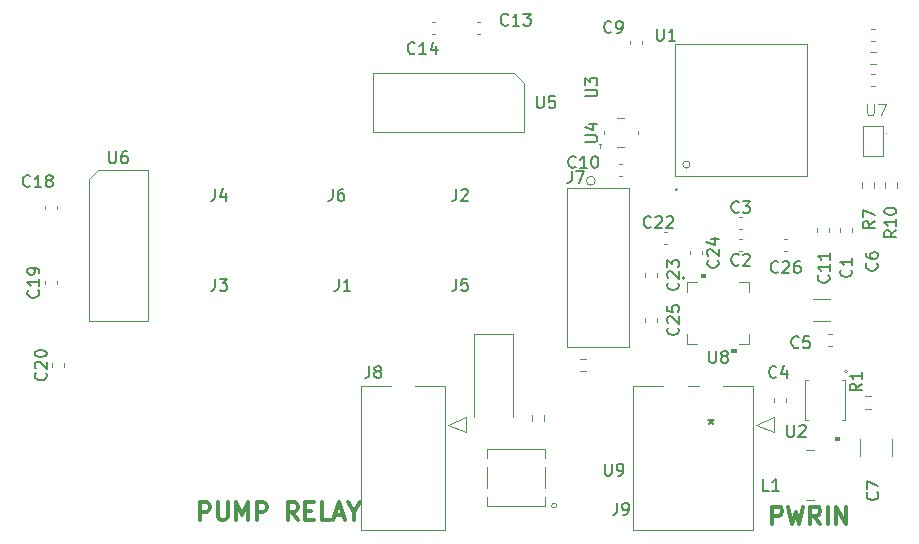
<source format=gbr>
%TF.GenerationSoftware,KiCad,Pcbnew,7.0.10*%
%TF.CreationDate,2025-02-18T11:07:04-08:00*%
%TF.ProjectId,flow-controller,666c6f77-2d63-46f6-9e74-726f6c6c6572,rev?*%
%TF.SameCoordinates,Original*%
%TF.FileFunction,Legend,Top*%
%TF.FilePolarity,Positive*%
%FSLAX46Y46*%
G04 Gerber Fmt 4.6, Leading zero omitted, Abs format (unit mm)*
G04 Created by KiCad (PCBNEW 7.0.10) date 2025-02-18 11:07:04*
%MOMM*%
%LPD*%
G01*
G04 APERTURE LIST*
%ADD10C,0.300000*%
%ADD11C,0.150000*%
%ADD12C,0.100000*%
%ADD13C,0.120000*%
G04 APERTURE END LIST*
D10*
X66594510Y-124895828D02*
X66594510Y-123395828D01*
X66594510Y-123395828D02*
X67165939Y-123395828D01*
X67165939Y-123395828D02*
X67308796Y-123467257D01*
X67308796Y-123467257D02*
X67380225Y-123538685D01*
X67380225Y-123538685D02*
X67451653Y-123681542D01*
X67451653Y-123681542D02*
X67451653Y-123895828D01*
X67451653Y-123895828D02*
X67380225Y-124038685D01*
X67380225Y-124038685D02*
X67308796Y-124110114D01*
X67308796Y-124110114D02*
X67165939Y-124181542D01*
X67165939Y-124181542D02*
X66594510Y-124181542D01*
X68094510Y-123395828D02*
X68094510Y-124610114D01*
X68094510Y-124610114D02*
X68165939Y-124752971D01*
X68165939Y-124752971D02*
X68237368Y-124824400D01*
X68237368Y-124824400D02*
X68380225Y-124895828D01*
X68380225Y-124895828D02*
X68665939Y-124895828D01*
X68665939Y-124895828D02*
X68808796Y-124824400D01*
X68808796Y-124824400D02*
X68880225Y-124752971D01*
X68880225Y-124752971D02*
X68951653Y-124610114D01*
X68951653Y-124610114D02*
X68951653Y-123395828D01*
X69665939Y-124895828D02*
X69665939Y-123395828D01*
X69665939Y-123395828D02*
X70165939Y-124467257D01*
X70165939Y-124467257D02*
X70665939Y-123395828D01*
X70665939Y-123395828D02*
X70665939Y-124895828D01*
X71380225Y-124895828D02*
X71380225Y-123395828D01*
X71380225Y-123395828D02*
X71951654Y-123395828D01*
X71951654Y-123395828D02*
X72094511Y-123467257D01*
X72094511Y-123467257D02*
X72165940Y-123538685D01*
X72165940Y-123538685D02*
X72237368Y-123681542D01*
X72237368Y-123681542D02*
X72237368Y-123895828D01*
X72237368Y-123895828D02*
X72165940Y-124038685D01*
X72165940Y-124038685D02*
X72094511Y-124110114D01*
X72094511Y-124110114D02*
X71951654Y-124181542D01*
X71951654Y-124181542D02*
X71380225Y-124181542D01*
X74880225Y-124895828D02*
X74380225Y-124181542D01*
X74023082Y-124895828D02*
X74023082Y-123395828D01*
X74023082Y-123395828D02*
X74594511Y-123395828D01*
X74594511Y-123395828D02*
X74737368Y-123467257D01*
X74737368Y-123467257D02*
X74808797Y-123538685D01*
X74808797Y-123538685D02*
X74880225Y-123681542D01*
X74880225Y-123681542D02*
X74880225Y-123895828D01*
X74880225Y-123895828D02*
X74808797Y-124038685D01*
X74808797Y-124038685D02*
X74737368Y-124110114D01*
X74737368Y-124110114D02*
X74594511Y-124181542D01*
X74594511Y-124181542D02*
X74023082Y-124181542D01*
X75523082Y-124110114D02*
X76023082Y-124110114D01*
X76237368Y-124895828D02*
X75523082Y-124895828D01*
X75523082Y-124895828D02*
X75523082Y-123395828D01*
X75523082Y-123395828D02*
X76237368Y-123395828D01*
X77594511Y-124895828D02*
X76880225Y-124895828D01*
X76880225Y-124895828D02*
X76880225Y-123395828D01*
X78023083Y-124467257D02*
X78737369Y-124467257D01*
X77880226Y-124895828D02*
X78380226Y-123395828D01*
X78380226Y-123395828D02*
X78880226Y-124895828D01*
X79665940Y-124181542D02*
X79665940Y-124895828D01*
X79165940Y-123395828D02*
X79665940Y-124181542D01*
X79665940Y-124181542D02*
X80165940Y-123395828D01*
X115036754Y-125248879D02*
X115036754Y-123748879D01*
X115036754Y-123748879D02*
X115608183Y-123748879D01*
X115608183Y-123748879D02*
X115751040Y-123820308D01*
X115751040Y-123820308D02*
X115822469Y-123891736D01*
X115822469Y-123891736D02*
X115893897Y-124034593D01*
X115893897Y-124034593D02*
X115893897Y-124248879D01*
X115893897Y-124248879D02*
X115822469Y-124391736D01*
X115822469Y-124391736D02*
X115751040Y-124463165D01*
X115751040Y-124463165D02*
X115608183Y-124534593D01*
X115608183Y-124534593D02*
X115036754Y-124534593D01*
X116393897Y-123748879D02*
X116751040Y-125248879D01*
X116751040Y-125248879D02*
X117036754Y-124177451D01*
X117036754Y-124177451D02*
X117322469Y-125248879D01*
X117322469Y-125248879D02*
X117679612Y-123748879D01*
X119108183Y-125248879D02*
X118608183Y-124534593D01*
X118251040Y-125248879D02*
X118251040Y-123748879D01*
X118251040Y-123748879D02*
X118822469Y-123748879D01*
X118822469Y-123748879D02*
X118965326Y-123820308D01*
X118965326Y-123820308D02*
X119036755Y-123891736D01*
X119036755Y-123891736D02*
X119108183Y-124034593D01*
X119108183Y-124034593D02*
X119108183Y-124248879D01*
X119108183Y-124248879D02*
X119036755Y-124391736D01*
X119036755Y-124391736D02*
X118965326Y-124463165D01*
X118965326Y-124463165D02*
X118822469Y-124534593D01*
X118822469Y-124534593D02*
X118251040Y-124534593D01*
X119751040Y-125248879D02*
X119751040Y-123748879D01*
X120465326Y-125248879D02*
X120465326Y-123748879D01*
X120465326Y-123748879D02*
X121322469Y-125248879D01*
X121322469Y-125248879D02*
X121322469Y-123748879D01*
D11*
X99225068Y-89024955D02*
X100034591Y-89024955D01*
X100034591Y-89024955D02*
X100129829Y-88977336D01*
X100129829Y-88977336D02*
X100177449Y-88929717D01*
X100177449Y-88929717D02*
X100225068Y-88834479D01*
X100225068Y-88834479D02*
X100225068Y-88644003D01*
X100225068Y-88644003D02*
X100177449Y-88548765D01*
X100177449Y-88548765D02*
X100129829Y-88501146D01*
X100129829Y-88501146D02*
X100034591Y-88453527D01*
X100034591Y-88453527D02*
X99225068Y-88453527D01*
X99225068Y-88072574D02*
X99225068Y-87453527D01*
X99225068Y-87453527D02*
X99606020Y-87786860D01*
X99606020Y-87786860D02*
X99606020Y-87644003D01*
X99606020Y-87644003D02*
X99653639Y-87548765D01*
X99653639Y-87548765D02*
X99701258Y-87501146D01*
X99701258Y-87501146D02*
X99796496Y-87453527D01*
X99796496Y-87453527D02*
X100034591Y-87453527D01*
X100034591Y-87453527D02*
X100129829Y-87501146D01*
X100129829Y-87501146D02*
X100177449Y-87548765D01*
X100177449Y-87548765D02*
X100225068Y-87644003D01*
X100225068Y-87644003D02*
X100225068Y-87929717D01*
X100225068Y-87929717D02*
X100177449Y-88024955D01*
X100177449Y-88024955D02*
X100129829Y-88072574D01*
X125531768Y-100355908D02*
X125055577Y-100689241D01*
X125531768Y-100927336D02*
X124531768Y-100927336D01*
X124531768Y-100927336D02*
X124531768Y-100546384D01*
X124531768Y-100546384D02*
X124579387Y-100451146D01*
X124579387Y-100451146D02*
X124627006Y-100403527D01*
X124627006Y-100403527D02*
X124722244Y-100355908D01*
X124722244Y-100355908D02*
X124865101Y-100355908D01*
X124865101Y-100355908D02*
X124960339Y-100403527D01*
X124960339Y-100403527D02*
X125007958Y-100451146D01*
X125007958Y-100451146D02*
X125055577Y-100546384D01*
X125055577Y-100546384D02*
X125055577Y-100927336D01*
X125531768Y-99403527D02*
X125531768Y-99974955D01*
X125531768Y-99689241D02*
X124531768Y-99689241D01*
X124531768Y-99689241D02*
X124674625Y-99784479D01*
X124674625Y-99784479D02*
X124769863Y-99879717D01*
X124769863Y-99879717D02*
X124817482Y-99974955D01*
X124531768Y-98784479D02*
X124531768Y-98689241D01*
X124531768Y-98689241D02*
X124579387Y-98594003D01*
X124579387Y-98594003D02*
X124627006Y-98546384D01*
X124627006Y-98546384D02*
X124722244Y-98498765D01*
X124722244Y-98498765D02*
X124912720Y-98451146D01*
X124912720Y-98451146D02*
X125150815Y-98451146D01*
X125150815Y-98451146D02*
X125341291Y-98498765D01*
X125341291Y-98498765D02*
X125436529Y-98546384D01*
X125436529Y-98546384D02*
X125484149Y-98594003D01*
X125484149Y-98594003D02*
X125531768Y-98689241D01*
X125531768Y-98689241D02*
X125531768Y-98784479D01*
X125531768Y-98784479D02*
X125484149Y-98879717D01*
X125484149Y-98879717D02*
X125436529Y-98927336D01*
X125436529Y-98927336D02*
X125341291Y-98974955D01*
X125341291Y-98974955D02*
X125150815Y-99022574D01*
X125150815Y-99022574D02*
X124912720Y-99022574D01*
X124912720Y-99022574D02*
X124722244Y-98974955D01*
X124722244Y-98974955D02*
X124627006Y-98927336D01*
X124627006Y-98927336D02*
X124579387Y-98879717D01*
X124579387Y-98879717D02*
X124531768Y-98784479D01*
X109710044Y-110597870D02*
X109710044Y-111407393D01*
X109710044Y-111407393D02*
X109757663Y-111502631D01*
X109757663Y-111502631D02*
X109805282Y-111550251D01*
X109805282Y-111550251D02*
X109900520Y-111597870D01*
X109900520Y-111597870D02*
X110090996Y-111597870D01*
X110090996Y-111597870D02*
X110186234Y-111550251D01*
X110186234Y-111550251D02*
X110233853Y-111502631D01*
X110233853Y-111502631D02*
X110281472Y-111407393D01*
X110281472Y-111407393D02*
X110281472Y-110597870D01*
X110900520Y-111026441D02*
X110805282Y-110978822D01*
X110805282Y-110978822D02*
X110757663Y-110931203D01*
X110757663Y-110931203D02*
X110710044Y-110835965D01*
X110710044Y-110835965D02*
X110710044Y-110788346D01*
X110710044Y-110788346D02*
X110757663Y-110693108D01*
X110757663Y-110693108D02*
X110805282Y-110645489D01*
X110805282Y-110645489D02*
X110900520Y-110597870D01*
X110900520Y-110597870D02*
X111090996Y-110597870D01*
X111090996Y-110597870D02*
X111186234Y-110645489D01*
X111186234Y-110645489D02*
X111233853Y-110693108D01*
X111233853Y-110693108D02*
X111281472Y-110788346D01*
X111281472Y-110788346D02*
X111281472Y-110835965D01*
X111281472Y-110835965D02*
X111233853Y-110931203D01*
X111233853Y-110931203D02*
X111186234Y-110978822D01*
X111186234Y-110978822D02*
X111090996Y-111026441D01*
X111090996Y-111026441D02*
X110900520Y-111026441D01*
X110900520Y-111026441D02*
X110805282Y-111074060D01*
X110805282Y-111074060D02*
X110757663Y-111121679D01*
X110757663Y-111121679D02*
X110710044Y-111216917D01*
X110710044Y-111216917D02*
X110710044Y-111407393D01*
X110710044Y-111407393D02*
X110757663Y-111502631D01*
X110757663Y-111502631D02*
X110805282Y-111550251D01*
X110805282Y-111550251D02*
X110900520Y-111597870D01*
X110900520Y-111597870D02*
X111090996Y-111597870D01*
X111090996Y-111597870D02*
X111186234Y-111550251D01*
X111186234Y-111550251D02*
X111233853Y-111502631D01*
X111233853Y-111502631D02*
X111281472Y-111407393D01*
X111281472Y-111407393D02*
X111281472Y-111216917D01*
X111281472Y-111216917D02*
X111233853Y-111121679D01*
X111233853Y-111121679D02*
X111186234Y-111074060D01*
X111186234Y-111074060D02*
X111090996Y-111026441D01*
X112210282Y-98802631D02*
X112162663Y-98850251D01*
X112162663Y-98850251D02*
X112019806Y-98897870D01*
X112019806Y-98897870D02*
X111924568Y-98897870D01*
X111924568Y-98897870D02*
X111781711Y-98850251D01*
X111781711Y-98850251D02*
X111686473Y-98755012D01*
X111686473Y-98755012D02*
X111638854Y-98659774D01*
X111638854Y-98659774D02*
X111591235Y-98469298D01*
X111591235Y-98469298D02*
X111591235Y-98326441D01*
X111591235Y-98326441D02*
X111638854Y-98135965D01*
X111638854Y-98135965D02*
X111686473Y-98040727D01*
X111686473Y-98040727D02*
X111781711Y-97945489D01*
X111781711Y-97945489D02*
X111924568Y-97897870D01*
X111924568Y-97897870D02*
X112019806Y-97897870D01*
X112019806Y-97897870D02*
X112162663Y-97945489D01*
X112162663Y-97945489D02*
X112210282Y-97993108D01*
X112543616Y-97897870D02*
X113162663Y-97897870D01*
X113162663Y-97897870D02*
X112829330Y-98278822D01*
X112829330Y-98278822D02*
X112972187Y-98278822D01*
X112972187Y-98278822D02*
X113067425Y-98326441D01*
X113067425Y-98326441D02*
X113115044Y-98374060D01*
X113115044Y-98374060D02*
X113162663Y-98469298D01*
X113162663Y-98469298D02*
X113162663Y-98707393D01*
X113162663Y-98707393D02*
X113115044Y-98802631D01*
X113115044Y-98802631D02*
X113067425Y-98850251D01*
X113067425Y-98850251D02*
X112972187Y-98897870D01*
X112972187Y-98897870D02*
X112686473Y-98897870D01*
X112686473Y-98897870D02*
X112591235Y-98850251D01*
X112591235Y-98850251D02*
X112543616Y-98802631D01*
X52208091Y-96598631D02*
X52160472Y-96646251D01*
X52160472Y-96646251D02*
X52017615Y-96693870D01*
X52017615Y-96693870D02*
X51922377Y-96693870D01*
X51922377Y-96693870D02*
X51779520Y-96646251D01*
X51779520Y-96646251D02*
X51684282Y-96551012D01*
X51684282Y-96551012D02*
X51636663Y-96455774D01*
X51636663Y-96455774D02*
X51589044Y-96265298D01*
X51589044Y-96265298D02*
X51589044Y-96122441D01*
X51589044Y-96122441D02*
X51636663Y-95931965D01*
X51636663Y-95931965D02*
X51684282Y-95836727D01*
X51684282Y-95836727D02*
X51779520Y-95741489D01*
X51779520Y-95741489D02*
X51922377Y-95693870D01*
X51922377Y-95693870D02*
X52017615Y-95693870D01*
X52017615Y-95693870D02*
X52160472Y-95741489D01*
X52160472Y-95741489D02*
X52208091Y-95789108D01*
X53160472Y-96693870D02*
X52589044Y-96693870D01*
X52874758Y-96693870D02*
X52874758Y-95693870D01*
X52874758Y-95693870D02*
X52779520Y-95836727D01*
X52779520Y-95836727D02*
X52684282Y-95931965D01*
X52684282Y-95931965D02*
X52589044Y-95979584D01*
X53731901Y-96122441D02*
X53636663Y-96074822D01*
X53636663Y-96074822D02*
X53589044Y-96027203D01*
X53589044Y-96027203D02*
X53541425Y-95931965D01*
X53541425Y-95931965D02*
X53541425Y-95884346D01*
X53541425Y-95884346D02*
X53589044Y-95789108D01*
X53589044Y-95789108D02*
X53636663Y-95741489D01*
X53636663Y-95741489D02*
X53731901Y-95693870D01*
X53731901Y-95693870D02*
X53922377Y-95693870D01*
X53922377Y-95693870D02*
X54017615Y-95741489D01*
X54017615Y-95741489D02*
X54065234Y-95789108D01*
X54065234Y-95789108D02*
X54112853Y-95884346D01*
X54112853Y-95884346D02*
X54112853Y-95931965D01*
X54112853Y-95931965D02*
X54065234Y-96027203D01*
X54065234Y-96027203D02*
X54017615Y-96074822D01*
X54017615Y-96074822D02*
X53922377Y-96122441D01*
X53922377Y-96122441D02*
X53731901Y-96122441D01*
X53731901Y-96122441D02*
X53636663Y-96170060D01*
X53636663Y-96170060D02*
X53589044Y-96217679D01*
X53589044Y-96217679D02*
X53541425Y-96312917D01*
X53541425Y-96312917D02*
X53541425Y-96503393D01*
X53541425Y-96503393D02*
X53589044Y-96598631D01*
X53589044Y-96598631D02*
X53636663Y-96646251D01*
X53636663Y-96646251D02*
X53731901Y-96693870D01*
X53731901Y-96693870D02*
X53922377Y-96693870D01*
X53922377Y-96693870D02*
X54017615Y-96646251D01*
X54017615Y-96646251D02*
X54065234Y-96598631D01*
X54065234Y-96598631D02*
X54112853Y-96503393D01*
X54112853Y-96503393D02*
X54112853Y-96312917D01*
X54112853Y-96312917D02*
X54065234Y-96217679D01*
X54065234Y-96217679D02*
X54017615Y-96170060D01*
X54017615Y-96170060D02*
X53922377Y-96122441D01*
X107039580Y-104782857D02*
X107087200Y-104830476D01*
X107087200Y-104830476D02*
X107134819Y-104973333D01*
X107134819Y-104973333D02*
X107134819Y-105068571D01*
X107134819Y-105068571D02*
X107087200Y-105211428D01*
X107087200Y-105211428D02*
X106991961Y-105306666D01*
X106991961Y-105306666D02*
X106896723Y-105354285D01*
X106896723Y-105354285D02*
X106706247Y-105401904D01*
X106706247Y-105401904D02*
X106563390Y-105401904D01*
X106563390Y-105401904D02*
X106372914Y-105354285D01*
X106372914Y-105354285D02*
X106277676Y-105306666D01*
X106277676Y-105306666D02*
X106182438Y-105211428D01*
X106182438Y-105211428D02*
X106134819Y-105068571D01*
X106134819Y-105068571D02*
X106134819Y-104973333D01*
X106134819Y-104973333D02*
X106182438Y-104830476D01*
X106182438Y-104830476D02*
X106230057Y-104782857D01*
X106230057Y-104401904D02*
X106182438Y-104354285D01*
X106182438Y-104354285D02*
X106134819Y-104259047D01*
X106134819Y-104259047D02*
X106134819Y-104020952D01*
X106134819Y-104020952D02*
X106182438Y-103925714D01*
X106182438Y-103925714D02*
X106230057Y-103878095D01*
X106230057Y-103878095D02*
X106325295Y-103830476D01*
X106325295Y-103830476D02*
X106420533Y-103830476D01*
X106420533Y-103830476D02*
X106563390Y-103878095D01*
X106563390Y-103878095D02*
X107134819Y-104449523D01*
X107134819Y-104449523D02*
X107134819Y-103830476D01*
X106134819Y-103497142D02*
X106134819Y-102878095D01*
X106134819Y-102878095D02*
X106515771Y-103211428D01*
X106515771Y-103211428D02*
X106515771Y-103068571D01*
X106515771Y-103068571D02*
X106563390Y-102973333D01*
X106563390Y-102973333D02*
X106611009Y-102925714D01*
X106611009Y-102925714D02*
X106706247Y-102878095D01*
X106706247Y-102878095D02*
X106944342Y-102878095D01*
X106944342Y-102878095D02*
X107039580Y-102925714D01*
X107039580Y-102925714D02*
X107087200Y-102973333D01*
X107087200Y-102973333D02*
X107134819Y-103068571D01*
X107134819Y-103068571D02*
X107134819Y-103354285D01*
X107134819Y-103354285D02*
X107087200Y-103449523D01*
X107087200Y-103449523D02*
X107039580Y-103497142D01*
X122614819Y-113346961D02*
X122138628Y-113680294D01*
X122614819Y-113918389D02*
X121614819Y-113918389D01*
X121614819Y-113918389D02*
X121614819Y-113537437D01*
X121614819Y-113537437D02*
X121662438Y-113442199D01*
X121662438Y-113442199D02*
X121710057Y-113394580D01*
X121710057Y-113394580D02*
X121805295Y-113346961D01*
X121805295Y-113346961D02*
X121948152Y-113346961D01*
X121948152Y-113346961D02*
X122043390Y-113394580D01*
X122043390Y-113394580D02*
X122091009Y-113442199D01*
X122091009Y-113442199D02*
X122138628Y-113537437D01*
X122138628Y-113537437D02*
X122138628Y-113918389D01*
X122614819Y-112394580D02*
X122614819Y-112966008D01*
X122614819Y-112680294D02*
X121614819Y-112680294D01*
X121614819Y-112680294D02*
X121757676Y-112775532D01*
X121757676Y-112775532D02*
X121852914Y-112870770D01*
X121852914Y-112870770D02*
X121900533Y-112966008D01*
X123876824Y-103144717D02*
X123924444Y-103192336D01*
X123924444Y-103192336D02*
X123972063Y-103335193D01*
X123972063Y-103335193D02*
X123972063Y-103430431D01*
X123972063Y-103430431D02*
X123924444Y-103573288D01*
X123924444Y-103573288D02*
X123829205Y-103668526D01*
X123829205Y-103668526D02*
X123733967Y-103716145D01*
X123733967Y-103716145D02*
X123543491Y-103763764D01*
X123543491Y-103763764D02*
X123400634Y-103763764D01*
X123400634Y-103763764D02*
X123210158Y-103716145D01*
X123210158Y-103716145D02*
X123114920Y-103668526D01*
X123114920Y-103668526D02*
X123019682Y-103573288D01*
X123019682Y-103573288D02*
X122972063Y-103430431D01*
X122972063Y-103430431D02*
X122972063Y-103335193D01*
X122972063Y-103335193D02*
X123019682Y-103192336D01*
X123019682Y-103192336D02*
X123067301Y-103144717D01*
X122972063Y-102287574D02*
X122972063Y-102478050D01*
X122972063Y-102478050D02*
X123019682Y-102573288D01*
X123019682Y-102573288D02*
X123067301Y-102620907D01*
X123067301Y-102620907D02*
X123210158Y-102716145D01*
X123210158Y-102716145D02*
X123400634Y-102763764D01*
X123400634Y-102763764D02*
X123781586Y-102763764D01*
X123781586Y-102763764D02*
X123876824Y-102716145D01*
X123876824Y-102716145D02*
X123924444Y-102668526D01*
X123924444Y-102668526D02*
X123972063Y-102573288D01*
X123972063Y-102573288D02*
X123972063Y-102382812D01*
X123972063Y-102382812D02*
X123924444Y-102287574D01*
X123924444Y-102287574D02*
X123876824Y-102239955D01*
X123876824Y-102239955D02*
X123781586Y-102192336D01*
X123781586Y-102192336D02*
X123543491Y-102192336D01*
X123543491Y-102192336D02*
X123448253Y-102239955D01*
X123448253Y-102239955D02*
X123400634Y-102287574D01*
X123400634Y-102287574D02*
X123353015Y-102382812D01*
X123353015Y-102382812D02*
X123353015Y-102573288D01*
X123353015Y-102573288D02*
X123400634Y-102668526D01*
X123400634Y-102668526D02*
X123448253Y-102716145D01*
X123448253Y-102716145D02*
X123543491Y-102763764D01*
X58910044Y-93672870D02*
X58910044Y-94482393D01*
X58910044Y-94482393D02*
X58957663Y-94577631D01*
X58957663Y-94577631D02*
X59005282Y-94625251D01*
X59005282Y-94625251D02*
X59100520Y-94672870D01*
X59100520Y-94672870D02*
X59290996Y-94672870D01*
X59290996Y-94672870D02*
X59386234Y-94625251D01*
X59386234Y-94625251D02*
X59433853Y-94577631D01*
X59433853Y-94577631D02*
X59481472Y-94482393D01*
X59481472Y-94482393D02*
X59481472Y-93672870D01*
X60386234Y-93672870D02*
X60195758Y-93672870D01*
X60195758Y-93672870D02*
X60100520Y-93720489D01*
X60100520Y-93720489D02*
X60052901Y-93768108D01*
X60052901Y-93768108D02*
X59957663Y-93910965D01*
X59957663Y-93910965D02*
X59910044Y-94101441D01*
X59910044Y-94101441D02*
X59910044Y-94482393D01*
X59910044Y-94482393D02*
X59957663Y-94577631D01*
X59957663Y-94577631D02*
X60005282Y-94625251D01*
X60005282Y-94625251D02*
X60100520Y-94672870D01*
X60100520Y-94672870D02*
X60290996Y-94672870D01*
X60290996Y-94672870D02*
X60386234Y-94625251D01*
X60386234Y-94625251D02*
X60433853Y-94577631D01*
X60433853Y-94577631D02*
X60481472Y-94482393D01*
X60481472Y-94482393D02*
X60481472Y-94244298D01*
X60481472Y-94244298D02*
X60433853Y-94149060D01*
X60433853Y-94149060D02*
X60386234Y-94101441D01*
X60386234Y-94101441D02*
X60290996Y-94053822D01*
X60290996Y-94053822D02*
X60100520Y-94053822D01*
X60100520Y-94053822D02*
X60005282Y-94101441D01*
X60005282Y-94101441D02*
X59957663Y-94149060D01*
X59957663Y-94149060D02*
X59910044Y-94244298D01*
X100863744Y-120122870D02*
X100863744Y-120932393D01*
X100863744Y-120932393D02*
X100911363Y-121027631D01*
X100911363Y-121027631D02*
X100958982Y-121075251D01*
X100958982Y-121075251D02*
X101054220Y-121122870D01*
X101054220Y-121122870D02*
X101244696Y-121122870D01*
X101244696Y-121122870D02*
X101339934Y-121075251D01*
X101339934Y-121075251D02*
X101387553Y-121027631D01*
X101387553Y-121027631D02*
X101435172Y-120932393D01*
X101435172Y-120932393D02*
X101435172Y-120122870D01*
X101958982Y-121122870D02*
X102149458Y-121122870D01*
X102149458Y-121122870D02*
X102244696Y-121075251D01*
X102244696Y-121075251D02*
X102292315Y-121027631D01*
X102292315Y-121027631D02*
X102387553Y-120884774D01*
X102387553Y-120884774D02*
X102435172Y-120694298D01*
X102435172Y-120694298D02*
X102435172Y-120313346D01*
X102435172Y-120313346D02*
X102387553Y-120218108D01*
X102387553Y-120218108D02*
X102339934Y-120170489D01*
X102339934Y-120170489D02*
X102244696Y-120122870D01*
X102244696Y-120122870D02*
X102054220Y-120122870D01*
X102054220Y-120122870D02*
X101958982Y-120170489D01*
X101958982Y-120170489D02*
X101911363Y-120218108D01*
X101911363Y-120218108D02*
X101863744Y-120313346D01*
X101863744Y-120313346D02*
X101863744Y-120551441D01*
X101863744Y-120551441D02*
X101911363Y-120646679D01*
X101911363Y-120646679D02*
X101958982Y-120694298D01*
X101958982Y-120694298D02*
X102054220Y-120741917D01*
X102054220Y-120741917D02*
X102244696Y-120741917D01*
X102244696Y-120741917D02*
X102339934Y-120694298D01*
X102339934Y-120694298D02*
X102387553Y-120646679D01*
X102387553Y-120646679D02*
X102435172Y-120551441D01*
X98399091Y-94992631D02*
X98351472Y-95040251D01*
X98351472Y-95040251D02*
X98208615Y-95087870D01*
X98208615Y-95087870D02*
X98113377Y-95087870D01*
X98113377Y-95087870D02*
X97970520Y-95040251D01*
X97970520Y-95040251D02*
X97875282Y-94945012D01*
X97875282Y-94945012D02*
X97827663Y-94849774D01*
X97827663Y-94849774D02*
X97780044Y-94659298D01*
X97780044Y-94659298D02*
X97780044Y-94516441D01*
X97780044Y-94516441D02*
X97827663Y-94325965D01*
X97827663Y-94325965D02*
X97875282Y-94230727D01*
X97875282Y-94230727D02*
X97970520Y-94135489D01*
X97970520Y-94135489D02*
X98113377Y-94087870D01*
X98113377Y-94087870D02*
X98208615Y-94087870D01*
X98208615Y-94087870D02*
X98351472Y-94135489D01*
X98351472Y-94135489D02*
X98399091Y-94183108D01*
X99351472Y-95087870D02*
X98780044Y-95087870D01*
X99065758Y-95087870D02*
X99065758Y-94087870D01*
X99065758Y-94087870D02*
X98970520Y-94230727D01*
X98970520Y-94230727D02*
X98875282Y-94325965D01*
X98875282Y-94325965D02*
X98780044Y-94373584D01*
X99970520Y-94087870D02*
X100065758Y-94087870D01*
X100065758Y-94087870D02*
X100160996Y-94135489D01*
X100160996Y-94135489D02*
X100208615Y-94183108D01*
X100208615Y-94183108D02*
X100256234Y-94278346D01*
X100256234Y-94278346D02*
X100303853Y-94468822D01*
X100303853Y-94468822D02*
X100303853Y-94706917D01*
X100303853Y-94706917D02*
X100256234Y-94897393D01*
X100256234Y-94897393D02*
X100208615Y-94992631D01*
X100208615Y-94992631D02*
X100160996Y-95040251D01*
X100160996Y-95040251D02*
X100065758Y-95087870D01*
X100065758Y-95087870D02*
X99970520Y-95087870D01*
X99970520Y-95087870D02*
X99875282Y-95040251D01*
X99875282Y-95040251D02*
X99827663Y-94992631D01*
X99827663Y-94992631D02*
X99780044Y-94897393D01*
X99780044Y-94897393D02*
X99732425Y-94706917D01*
X99732425Y-94706917D02*
X99732425Y-94468822D01*
X99732425Y-94468822D02*
X99780044Y-94278346D01*
X99780044Y-94278346D02*
X99827663Y-94183108D01*
X99827663Y-94183108D02*
X99875282Y-94135489D01*
X99875282Y-94135489D02*
X99970520Y-94087870D01*
X107039580Y-108592857D02*
X107087200Y-108640476D01*
X107087200Y-108640476D02*
X107134819Y-108783333D01*
X107134819Y-108783333D02*
X107134819Y-108878571D01*
X107134819Y-108878571D02*
X107087200Y-109021428D01*
X107087200Y-109021428D02*
X106991961Y-109116666D01*
X106991961Y-109116666D02*
X106896723Y-109164285D01*
X106896723Y-109164285D02*
X106706247Y-109211904D01*
X106706247Y-109211904D02*
X106563390Y-109211904D01*
X106563390Y-109211904D02*
X106372914Y-109164285D01*
X106372914Y-109164285D02*
X106277676Y-109116666D01*
X106277676Y-109116666D02*
X106182438Y-109021428D01*
X106182438Y-109021428D02*
X106134819Y-108878571D01*
X106134819Y-108878571D02*
X106134819Y-108783333D01*
X106134819Y-108783333D02*
X106182438Y-108640476D01*
X106182438Y-108640476D02*
X106230057Y-108592857D01*
X106230057Y-108211904D02*
X106182438Y-108164285D01*
X106182438Y-108164285D02*
X106134819Y-108069047D01*
X106134819Y-108069047D02*
X106134819Y-107830952D01*
X106134819Y-107830952D02*
X106182438Y-107735714D01*
X106182438Y-107735714D02*
X106230057Y-107688095D01*
X106230057Y-107688095D02*
X106325295Y-107640476D01*
X106325295Y-107640476D02*
X106420533Y-107640476D01*
X106420533Y-107640476D02*
X106563390Y-107688095D01*
X106563390Y-107688095D02*
X107134819Y-108259523D01*
X107134819Y-108259523D02*
X107134819Y-107640476D01*
X106134819Y-106735714D02*
X106134819Y-107211904D01*
X106134819Y-107211904D02*
X106611009Y-107259523D01*
X106611009Y-107259523D02*
X106563390Y-107211904D01*
X106563390Y-107211904D02*
X106515771Y-107116666D01*
X106515771Y-107116666D02*
X106515771Y-106878571D01*
X106515771Y-106878571D02*
X106563390Y-106783333D01*
X106563390Y-106783333D02*
X106611009Y-106735714D01*
X106611009Y-106735714D02*
X106706247Y-106688095D01*
X106706247Y-106688095D02*
X106944342Y-106688095D01*
X106944342Y-106688095D02*
X107039580Y-106735714D01*
X107039580Y-106735714D02*
X107087200Y-106783333D01*
X107087200Y-106783333D02*
X107134819Y-106878571D01*
X107134819Y-106878571D02*
X107134819Y-107116666D01*
X107134819Y-107116666D02*
X107087200Y-107211904D01*
X107087200Y-107211904D02*
X107039580Y-107259523D01*
X114750282Y-122392870D02*
X114274092Y-122392870D01*
X114274092Y-122392870D02*
X114274092Y-121392870D01*
X115607425Y-122392870D02*
X115035997Y-122392870D01*
X115321711Y-122392870D02*
X115321711Y-121392870D01*
X115321711Y-121392870D02*
X115226473Y-121535727D01*
X115226473Y-121535727D02*
X115131235Y-121630965D01*
X115131235Y-121630965D02*
X115035997Y-121678584D01*
D12*
X123063095Y-89627419D02*
X123063095Y-90436942D01*
X123063095Y-90436942D02*
X123110714Y-90532180D01*
X123110714Y-90532180D02*
X123158333Y-90579800D01*
X123158333Y-90579800D02*
X123253571Y-90627419D01*
X123253571Y-90627419D02*
X123444047Y-90627419D01*
X123444047Y-90627419D02*
X123539285Y-90579800D01*
X123539285Y-90579800D02*
X123586904Y-90532180D01*
X123586904Y-90532180D02*
X123634523Y-90436942D01*
X123634523Y-90436942D02*
X123634523Y-89627419D01*
X124015476Y-89627419D02*
X124682142Y-89627419D01*
X124682142Y-89627419D02*
X124253571Y-90627419D01*
D11*
X115544091Y-103882631D02*
X115496472Y-103930251D01*
X115496472Y-103930251D02*
X115353615Y-103977870D01*
X115353615Y-103977870D02*
X115258377Y-103977870D01*
X115258377Y-103977870D02*
X115115520Y-103930251D01*
X115115520Y-103930251D02*
X115020282Y-103835012D01*
X115020282Y-103835012D02*
X114972663Y-103739774D01*
X114972663Y-103739774D02*
X114925044Y-103549298D01*
X114925044Y-103549298D02*
X114925044Y-103406441D01*
X114925044Y-103406441D02*
X114972663Y-103215965D01*
X114972663Y-103215965D02*
X115020282Y-103120727D01*
X115020282Y-103120727D02*
X115115520Y-103025489D01*
X115115520Y-103025489D02*
X115258377Y-102977870D01*
X115258377Y-102977870D02*
X115353615Y-102977870D01*
X115353615Y-102977870D02*
X115496472Y-103025489D01*
X115496472Y-103025489D02*
X115544091Y-103073108D01*
X115925044Y-103073108D02*
X115972663Y-103025489D01*
X115972663Y-103025489D02*
X116067901Y-102977870D01*
X116067901Y-102977870D02*
X116305996Y-102977870D01*
X116305996Y-102977870D02*
X116401234Y-103025489D01*
X116401234Y-103025489D02*
X116448853Y-103073108D01*
X116448853Y-103073108D02*
X116496472Y-103168346D01*
X116496472Y-103168346D02*
X116496472Y-103263584D01*
X116496472Y-103263584D02*
X116448853Y-103406441D01*
X116448853Y-103406441D02*
X115877425Y-103977870D01*
X115877425Y-103977870D02*
X116496472Y-103977870D01*
X117353615Y-102977870D02*
X117163139Y-102977870D01*
X117163139Y-102977870D02*
X117067901Y-103025489D01*
X117067901Y-103025489D02*
X117020282Y-103073108D01*
X117020282Y-103073108D02*
X116925044Y-103215965D01*
X116925044Y-103215965D02*
X116877425Y-103406441D01*
X116877425Y-103406441D02*
X116877425Y-103787393D01*
X116877425Y-103787393D02*
X116925044Y-103882631D01*
X116925044Y-103882631D02*
X116972663Y-103930251D01*
X116972663Y-103930251D02*
X117067901Y-103977870D01*
X117067901Y-103977870D02*
X117258377Y-103977870D01*
X117258377Y-103977870D02*
X117353615Y-103930251D01*
X117353615Y-103930251D02*
X117401234Y-103882631D01*
X117401234Y-103882631D02*
X117448853Y-103787393D01*
X117448853Y-103787393D02*
X117448853Y-103549298D01*
X117448853Y-103549298D02*
X117401234Y-103454060D01*
X117401234Y-103454060D02*
X117353615Y-103406441D01*
X117353615Y-103406441D02*
X117258377Y-103358822D01*
X117258377Y-103358822D02*
X117067901Y-103358822D01*
X117067901Y-103358822D02*
X116972663Y-103406441D01*
X116972663Y-103406441D02*
X116925044Y-103454060D01*
X116925044Y-103454060D02*
X116877425Y-103549298D01*
X99231668Y-92854955D02*
X100041191Y-92854955D01*
X100041191Y-92854955D02*
X100136429Y-92807336D01*
X100136429Y-92807336D02*
X100184049Y-92759717D01*
X100184049Y-92759717D02*
X100231668Y-92664479D01*
X100231668Y-92664479D02*
X100231668Y-92474003D01*
X100231668Y-92474003D02*
X100184049Y-92378765D01*
X100184049Y-92378765D02*
X100136429Y-92331146D01*
X100136429Y-92331146D02*
X100041191Y-92283527D01*
X100041191Y-92283527D02*
X99231668Y-92283527D01*
X99565001Y-91378765D02*
X100231668Y-91378765D01*
X99184049Y-91616860D02*
X99898334Y-91854955D01*
X99898334Y-91854955D02*
X99898334Y-91235908D01*
X98073615Y-95357870D02*
X98073615Y-96072155D01*
X98073615Y-96072155D02*
X98025996Y-96215012D01*
X98025996Y-96215012D02*
X97930758Y-96310251D01*
X97930758Y-96310251D02*
X97787901Y-96357870D01*
X97787901Y-96357870D02*
X97692663Y-96357870D01*
X98454568Y-95357870D02*
X99121234Y-95357870D01*
X99121234Y-95357870D02*
X98692663Y-96357870D01*
X123702063Y-99602217D02*
X123225872Y-99935550D01*
X123702063Y-100173645D02*
X122702063Y-100173645D01*
X122702063Y-100173645D02*
X122702063Y-99792693D01*
X122702063Y-99792693D02*
X122749682Y-99697455D01*
X122749682Y-99697455D02*
X122797301Y-99649836D01*
X122797301Y-99649836D02*
X122892539Y-99602217D01*
X122892539Y-99602217D02*
X123035396Y-99602217D01*
X123035396Y-99602217D02*
X123130634Y-99649836D01*
X123130634Y-99649836D02*
X123178253Y-99697455D01*
X123178253Y-99697455D02*
X123225872Y-99792693D01*
X123225872Y-99792693D02*
X123225872Y-100173645D01*
X122702063Y-99268883D02*
X122702063Y-98602217D01*
X122702063Y-98602217D02*
X123702063Y-99030788D01*
X121701824Y-103689717D02*
X121749444Y-103737336D01*
X121749444Y-103737336D02*
X121797063Y-103880193D01*
X121797063Y-103880193D02*
X121797063Y-103975431D01*
X121797063Y-103975431D02*
X121749444Y-104118288D01*
X121749444Y-104118288D02*
X121654205Y-104213526D01*
X121654205Y-104213526D02*
X121558967Y-104261145D01*
X121558967Y-104261145D02*
X121368491Y-104308764D01*
X121368491Y-104308764D02*
X121225634Y-104308764D01*
X121225634Y-104308764D02*
X121035158Y-104261145D01*
X121035158Y-104261145D02*
X120939920Y-104213526D01*
X120939920Y-104213526D02*
X120844682Y-104118288D01*
X120844682Y-104118288D02*
X120797063Y-103975431D01*
X120797063Y-103975431D02*
X120797063Y-103880193D01*
X120797063Y-103880193D02*
X120844682Y-103737336D01*
X120844682Y-103737336D02*
X120892301Y-103689717D01*
X121797063Y-102737336D02*
X121797063Y-103308764D01*
X121797063Y-103023050D02*
X120797063Y-103023050D01*
X120797063Y-103023050D02*
X120939920Y-103118288D01*
X120939920Y-103118288D02*
X121035158Y-103213526D01*
X121035158Y-103213526D02*
X121082777Y-103308764D01*
X101415282Y-83562631D02*
X101367663Y-83610251D01*
X101367663Y-83610251D02*
X101224806Y-83657870D01*
X101224806Y-83657870D02*
X101129568Y-83657870D01*
X101129568Y-83657870D02*
X100986711Y-83610251D01*
X100986711Y-83610251D02*
X100891473Y-83515012D01*
X100891473Y-83515012D02*
X100843854Y-83419774D01*
X100843854Y-83419774D02*
X100796235Y-83229298D01*
X100796235Y-83229298D02*
X100796235Y-83086441D01*
X100796235Y-83086441D02*
X100843854Y-82895965D01*
X100843854Y-82895965D02*
X100891473Y-82800727D01*
X100891473Y-82800727D02*
X100986711Y-82705489D01*
X100986711Y-82705489D02*
X101129568Y-82657870D01*
X101129568Y-82657870D02*
X101224806Y-82657870D01*
X101224806Y-82657870D02*
X101367663Y-82705489D01*
X101367663Y-82705489D02*
X101415282Y-82753108D01*
X101891473Y-83657870D02*
X102081949Y-83657870D01*
X102081949Y-83657870D02*
X102177187Y-83610251D01*
X102177187Y-83610251D02*
X102224806Y-83562631D01*
X102224806Y-83562631D02*
X102320044Y-83419774D01*
X102320044Y-83419774D02*
X102367663Y-83229298D01*
X102367663Y-83229298D02*
X102367663Y-82848346D01*
X102367663Y-82848346D02*
X102320044Y-82753108D01*
X102320044Y-82753108D02*
X102272425Y-82705489D01*
X102272425Y-82705489D02*
X102177187Y-82657870D01*
X102177187Y-82657870D02*
X101986711Y-82657870D01*
X101986711Y-82657870D02*
X101891473Y-82705489D01*
X101891473Y-82705489D02*
X101843854Y-82753108D01*
X101843854Y-82753108D02*
X101796235Y-82848346D01*
X101796235Y-82848346D02*
X101796235Y-83086441D01*
X101796235Y-83086441D02*
X101843854Y-83181679D01*
X101843854Y-83181679D02*
X101891473Y-83229298D01*
X101891473Y-83229298D02*
X101986711Y-83276917D01*
X101986711Y-83276917D02*
X102177187Y-83276917D01*
X102177187Y-83276917D02*
X102272425Y-83229298D01*
X102272425Y-83229298D02*
X102320044Y-83181679D01*
X102320044Y-83181679D02*
X102367663Y-83086441D01*
X80928615Y-111849819D02*
X80928615Y-112564104D01*
X80928615Y-112564104D02*
X80880996Y-112706961D01*
X80880996Y-112706961D02*
X80785758Y-112802200D01*
X80785758Y-112802200D02*
X80642901Y-112849819D01*
X80642901Y-112849819D02*
X80547663Y-112849819D01*
X81547663Y-112278390D02*
X81452425Y-112230771D01*
X81452425Y-112230771D02*
X81404806Y-112183152D01*
X81404806Y-112183152D02*
X81357187Y-112087914D01*
X81357187Y-112087914D02*
X81357187Y-112040295D01*
X81357187Y-112040295D02*
X81404806Y-111945057D01*
X81404806Y-111945057D02*
X81452425Y-111897438D01*
X81452425Y-111897438D02*
X81547663Y-111849819D01*
X81547663Y-111849819D02*
X81738139Y-111849819D01*
X81738139Y-111849819D02*
X81833377Y-111897438D01*
X81833377Y-111897438D02*
X81880996Y-111945057D01*
X81880996Y-111945057D02*
X81928615Y-112040295D01*
X81928615Y-112040295D02*
X81928615Y-112087914D01*
X81928615Y-112087914D02*
X81880996Y-112183152D01*
X81880996Y-112183152D02*
X81833377Y-112230771D01*
X81833377Y-112230771D02*
X81738139Y-112278390D01*
X81738139Y-112278390D02*
X81547663Y-112278390D01*
X81547663Y-112278390D02*
X81452425Y-112326009D01*
X81452425Y-112326009D02*
X81404806Y-112373628D01*
X81404806Y-112373628D02*
X81357187Y-112468866D01*
X81357187Y-112468866D02*
X81357187Y-112659342D01*
X81357187Y-112659342D02*
X81404806Y-112754580D01*
X81404806Y-112754580D02*
X81452425Y-112802200D01*
X81452425Y-112802200D02*
X81547663Y-112849819D01*
X81547663Y-112849819D02*
X81738139Y-112849819D01*
X81738139Y-112849819D02*
X81833377Y-112802200D01*
X81833377Y-112802200D02*
X81880996Y-112754580D01*
X81880996Y-112754580D02*
X81928615Y-112659342D01*
X81928615Y-112659342D02*
X81928615Y-112468866D01*
X81928615Y-112468866D02*
X81880996Y-112373628D01*
X81880996Y-112373628D02*
X81833377Y-112326009D01*
X81833377Y-112326009D02*
X81738139Y-112278390D01*
X112210282Y-103247631D02*
X112162663Y-103295251D01*
X112162663Y-103295251D02*
X112019806Y-103342870D01*
X112019806Y-103342870D02*
X111924568Y-103342870D01*
X111924568Y-103342870D02*
X111781711Y-103295251D01*
X111781711Y-103295251D02*
X111686473Y-103200012D01*
X111686473Y-103200012D02*
X111638854Y-103104774D01*
X111638854Y-103104774D02*
X111591235Y-102914298D01*
X111591235Y-102914298D02*
X111591235Y-102771441D01*
X111591235Y-102771441D02*
X111638854Y-102580965D01*
X111638854Y-102580965D02*
X111686473Y-102485727D01*
X111686473Y-102485727D02*
X111781711Y-102390489D01*
X111781711Y-102390489D02*
X111924568Y-102342870D01*
X111924568Y-102342870D02*
X112019806Y-102342870D01*
X112019806Y-102342870D02*
X112162663Y-102390489D01*
X112162663Y-102390489D02*
X112210282Y-102438108D01*
X112591235Y-102438108D02*
X112638854Y-102390489D01*
X112638854Y-102390489D02*
X112734092Y-102342870D01*
X112734092Y-102342870D02*
X112972187Y-102342870D01*
X112972187Y-102342870D02*
X113067425Y-102390489D01*
X113067425Y-102390489D02*
X113115044Y-102438108D01*
X113115044Y-102438108D02*
X113162663Y-102533346D01*
X113162663Y-102533346D02*
X113162663Y-102628584D01*
X113162663Y-102628584D02*
X113115044Y-102771441D01*
X113115044Y-102771441D02*
X112543616Y-103342870D01*
X112543616Y-103342870D02*
X113162663Y-103342870D01*
X104767142Y-100054580D02*
X104719523Y-100102200D01*
X104719523Y-100102200D02*
X104576666Y-100149819D01*
X104576666Y-100149819D02*
X104481428Y-100149819D01*
X104481428Y-100149819D02*
X104338571Y-100102200D01*
X104338571Y-100102200D02*
X104243333Y-100006961D01*
X104243333Y-100006961D02*
X104195714Y-99911723D01*
X104195714Y-99911723D02*
X104148095Y-99721247D01*
X104148095Y-99721247D02*
X104148095Y-99578390D01*
X104148095Y-99578390D02*
X104195714Y-99387914D01*
X104195714Y-99387914D02*
X104243333Y-99292676D01*
X104243333Y-99292676D02*
X104338571Y-99197438D01*
X104338571Y-99197438D02*
X104481428Y-99149819D01*
X104481428Y-99149819D02*
X104576666Y-99149819D01*
X104576666Y-99149819D02*
X104719523Y-99197438D01*
X104719523Y-99197438D02*
X104767142Y-99245057D01*
X105148095Y-99245057D02*
X105195714Y-99197438D01*
X105195714Y-99197438D02*
X105290952Y-99149819D01*
X105290952Y-99149819D02*
X105529047Y-99149819D01*
X105529047Y-99149819D02*
X105624285Y-99197438D01*
X105624285Y-99197438D02*
X105671904Y-99245057D01*
X105671904Y-99245057D02*
X105719523Y-99340295D01*
X105719523Y-99340295D02*
X105719523Y-99435533D01*
X105719523Y-99435533D02*
X105671904Y-99578390D01*
X105671904Y-99578390D02*
X105100476Y-100149819D01*
X105100476Y-100149819D02*
X105719523Y-100149819D01*
X106100476Y-99245057D02*
X106148095Y-99197438D01*
X106148095Y-99197438D02*
X106243333Y-99149819D01*
X106243333Y-99149819D02*
X106481428Y-99149819D01*
X106481428Y-99149819D02*
X106576666Y-99197438D01*
X106576666Y-99197438D02*
X106624285Y-99245057D01*
X106624285Y-99245057D02*
X106671904Y-99340295D01*
X106671904Y-99340295D02*
X106671904Y-99435533D01*
X106671904Y-99435533D02*
X106624285Y-99578390D01*
X106624285Y-99578390D02*
X106052857Y-100149819D01*
X106052857Y-100149819D02*
X106671904Y-100149819D01*
X119796824Y-104165908D02*
X119844444Y-104213527D01*
X119844444Y-104213527D02*
X119892063Y-104356384D01*
X119892063Y-104356384D02*
X119892063Y-104451622D01*
X119892063Y-104451622D02*
X119844444Y-104594479D01*
X119844444Y-104594479D02*
X119749205Y-104689717D01*
X119749205Y-104689717D02*
X119653967Y-104737336D01*
X119653967Y-104737336D02*
X119463491Y-104784955D01*
X119463491Y-104784955D02*
X119320634Y-104784955D01*
X119320634Y-104784955D02*
X119130158Y-104737336D01*
X119130158Y-104737336D02*
X119034920Y-104689717D01*
X119034920Y-104689717D02*
X118939682Y-104594479D01*
X118939682Y-104594479D02*
X118892063Y-104451622D01*
X118892063Y-104451622D02*
X118892063Y-104356384D01*
X118892063Y-104356384D02*
X118939682Y-104213527D01*
X118939682Y-104213527D02*
X118987301Y-104165908D01*
X119892063Y-103213527D02*
X119892063Y-103784955D01*
X119892063Y-103499241D02*
X118892063Y-103499241D01*
X118892063Y-103499241D02*
X119034920Y-103594479D01*
X119034920Y-103594479D02*
X119130158Y-103689717D01*
X119130158Y-103689717D02*
X119177777Y-103784955D01*
X119892063Y-102261146D02*
X119892063Y-102832574D01*
X119892063Y-102546860D02*
X118892063Y-102546860D01*
X118892063Y-102546860D02*
X119034920Y-102642098D01*
X119034920Y-102642098D02*
X119130158Y-102737336D01*
X119130158Y-102737336D02*
X119177777Y-102832574D01*
X123934580Y-122556666D02*
X123982200Y-122604285D01*
X123982200Y-122604285D02*
X124029819Y-122747142D01*
X124029819Y-122747142D02*
X124029819Y-122842380D01*
X124029819Y-122842380D02*
X123982200Y-122985237D01*
X123982200Y-122985237D02*
X123886961Y-123080475D01*
X123886961Y-123080475D02*
X123791723Y-123128094D01*
X123791723Y-123128094D02*
X123601247Y-123175713D01*
X123601247Y-123175713D02*
X123458390Y-123175713D01*
X123458390Y-123175713D02*
X123267914Y-123128094D01*
X123267914Y-123128094D02*
X123172676Y-123080475D01*
X123172676Y-123080475D02*
X123077438Y-122985237D01*
X123077438Y-122985237D02*
X123029819Y-122842380D01*
X123029819Y-122842380D02*
X123029819Y-122747142D01*
X123029819Y-122747142D02*
X123077438Y-122604285D01*
X123077438Y-122604285D02*
X123125057Y-122556666D01*
X123029819Y-122223332D02*
X123029819Y-121556666D01*
X123029819Y-121556666D02*
X124029819Y-121985237D01*
X92684091Y-82927631D02*
X92636472Y-82975251D01*
X92636472Y-82975251D02*
X92493615Y-83022870D01*
X92493615Y-83022870D02*
X92398377Y-83022870D01*
X92398377Y-83022870D02*
X92255520Y-82975251D01*
X92255520Y-82975251D02*
X92160282Y-82880012D01*
X92160282Y-82880012D02*
X92112663Y-82784774D01*
X92112663Y-82784774D02*
X92065044Y-82594298D01*
X92065044Y-82594298D02*
X92065044Y-82451441D01*
X92065044Y-82451441D02*
X92112663Y-82260965D01*
X92112663Y-82260965D02*
X92160282Y-82165727D01*
X92160282Y-82165727D02*
X92255520Y-82070489D01*
X92255520Y-82070489D02*
X92398377Y-82022870D01*
X92398377Y-82022870D02*
X92493615Y-82022870D01*
X92493615Y-82022870D02*
X92636472Y-82070489D01*
X92636472Y-82070489D02*
X92684091Y-82118108D01*
X93636472Y-83022870D02*
X93065044Y-83022870D01*
X93350758Y-83022870D02*
X93350758Y-82022870D01*
X93350758Y-82022870D02*
X93255520Y-82165727D01*
X93255520Y-82165727D02*
X93160282Y-82260965D01*
X93160282Y-82260965D02*
X93065044Y-82308584D01*
X93969806Y-82022870D02*
X94588853Y-82022870D01*
X94588853Y-82022870D02*
X94255520Y-82403822D01*
X94255520Y-82403822D02*
X94398377Y-82403822D01*
X94398377Y-82403822D02*
X94493615Y-82451441D01*
X94493615Y-82451441D02*
X94541234Y-82499060D01*
X94541234Y-82499060D02*
X94588853Y-82594298D01*
X94588853Y-82594298D02*
X94588853Y-82832393D01*
X94588853Y-82832393D02*
X94541234Y-82927631D01*
X94541234Y-82927631D02*
X94493615Y-82975251D01*
X94493615Y-82975251D02*
X94398377Y-83022870D01*
X94398377Y-83022870D02*
X94112663Y-83022870D01*
X94112663Y-83022870D02*
X94017425Y-82975251D01*
X94017425Y-82975251D02*
X93969806Y-82927631D01*
X53521529Y-112420908D02*
X53569149Y-112468527D01*
X53569149Y-112468527D02*
X53616768Y-112611384D01*
X53616768Y-112611384D02*
X53616768Y-112706622D01*
X53616768Y-112706622D02*
X53569149Y-112849479D01*
X53569149Y-112849479D02*
X53473910Y-112944717D01*
X53473910Y-112944717D02*
X53378672Y-112992336D01*
X53378672Y-112992336D02*
X53188196Y-113039955D01*
X53188196Y-113039955D02*
X53045339Y-113039955D01*
X53045339Y-113039955D02*
X52854863Y-112992336D01*
X52854863Y-112992336D02*
X52759625Y-112944717D01*
X52759625Y-112944717D02*
X52664387Y-112849479D01*
X52664387Y-112849479D02*
X52616768Y-112706622D01*
X52616768Y-112706622D02*
X52616768Y-112611384D01*
X52616768Y-112611384D02*
X52664387Y-112468527D01*
X52664387Y-112468527D02*
X52712006Y-112420908D01*
X52712006Y-112039955D02*
X52664387Y-111992336D01*
X52664387Y-111992336D02*
X52616768Y-111897098D01*
X52616768Y-111897098D02*
X52616768Y-111659003D01*
X52616768Y-111659003D02*
X52664387Y-111563765D01*
X52664387Y-111563765D02*
X52712006Y-111516146D01*
X52712006Y-111516146D02*
X52807244Y-111468527D01*
X52807244Y-111468527D02*
X52902482Y-111468527D01*
X52902482Y-111468527D02*
X53045339Y-111516146D01*
X53045339Y-111516146D02*
X53616768Y-112087574D01*
X53616768Y-112087574D02*
X53616768Y-111468527D01*
X52616768Y-110849479D02*
X52616768Y-110754241D01*
X52616768Y-110754241D02*
X52664387Y-110659003D01*
X52664387Y-110659003D02*
X52712006Y-110611384D01*
X52712006Y-110611384D02*
X52807244Y-110563765D01*
X52807244Y-110563765D02*
X52997720Y-110516146D01*
X52997720Y-110516146D02*
X53235815Y-110516146D01*
X53235815Y-110516146D02*
X53426291Y-110563765D01*
X53426291Y-110563765D02*
X53521529Y-110611384D01*
X53521529Y-110611384D02*
X53569149Y-110659003D01*
X53569149Y-110659003D02*
X53616768Y-110754241D01*
X53616768Y-110754241D02*
X53616768Y-110849479D01*
X53616768Y-110849479D02*
X53569149Y-110944717D01*
X53569149Y-110944717D02*
X53521529Y-110992336D01*
X53521529Y-110992336D02*
X53426291Y-111039955D01*
X53426291Y-111039955D02*
X53235815Y-111087574D01*
X53235815Y-111087574D02*
X52997720Y-111087574D01*
X52997720Y-111087574D02*
X52807244Y-111039955D01*
X52807244Y-111039955D02*
X52712006Y-110992336D01*
X52712006Y-110992336D02*
X52664387Y-110944717D01*
X52664387Y-110944717D02*
X52616768Y-110849479D01*
X117290282Y-110242631D02*
X117242663Y-110290251D01*
X117242663Y-110290251D02*
X117099806Y-110337870D01*
X117099806Y-110337870D02*
X117004568Y-110337870D01*
X117004568Y-110337870D02*
X116861711Y-110290251D01*
X116861711Y-110290251D02*
X116766473Y-110195012D01*
X116766473Y-110195012D02*
X116718854Y-110099774D01*
X116718854Y-110099774D02*
X116671235Y-109909298D01*
X116671235Y-109909298D02*
X116671235Y-109766441D01*
X116671235Y-109766441D02*
X116718854Y-109575965D01*
X116718854Y-109575965D02*
X116766473Y-109480727D01*
X116766473Y-109480727D02*
X116861711Y-109385489D01*
X116861711Y-109385489D02*
X117004568Y-109337870D01*
X117004568Y-109337870D02*
X117099806Y-109337870D01*
X117099806Y-109337870D02*
X117242663Y-109385489D01*
X117242663Y-109385489D02*
X117290282Y-109433108D01*
X118195044Y-109337870D02*
X117718854Y-109337870D01*
X117718854Y-109337870D02*
X117671235Y-109814060D01*
X117671235Y-109814060D02*
X117718854Y-109766441D01*
X117718854Y-109766441D02*
X117814092Y-109718822D01*
X117814092Y-109718822D02*
X118052187Y-109718822D01*
X118052187Y-109718822D02*
X118147425Y-109766441D01*
X118147425Y-109766441D02*
X118195044Y-109814060D01*
X118195044Y-109814060D02*
X118242663Y-109909298D01*
X118242663Y-109909298D02*
X118242663Y-110147393D01*
X118242663Y-110147393D02*
X118195044Y-110242631D01*
X118195044Y-110242631D02*
X118147425Y-110290251D01*
X118147425Y-110290251D02*
X118052187Y-110337870D01*
X118052187Y-110337870D02*
X117814092Y-110337870D01*
X117814092Y-110337870D02*
X117718854Y-110290251D01*
X117718854Y-110290251D02*
X117671235Y-110242631D01*
X84789091Y-85342631D02*
X84741472Y-85390251D01*
X84741472Y-85390251D02*
X84598615Y-85437870D01*
X84598615Y-85437870D02*
X84503377Y-85437870D01*
X84503377Y-85437870D02*
X84360520Y-85390251D01*
X84360520Y-85390251D02*
X84265282Y-85295012D01*
X84265282Y-85295012D02*
X84217663Y-85199774D01*
X84217663Y-85199774D02*
X84170044Y-85009298D01*
X84170044Y-85009298D02*
X84170044Y-84866441D01*
X84170044Y-84866441D02*
X84217663Y-84675965D01*
X84217663Y-84675965D02*
X84265282Y-84580727D01*
X84265282Y-84580727D02*
X84360520Y-84485489D01*
X84360520Y-84485489D02*
X84503377Y-84437870D01*
X84503377Y-84437870D02*
X84598615Y-84437870D01*
X84598615Y-84437870D02*
X84741472Y-84485489D01*
X84741472Y-84485489D02*
X84789091Y-84533108D01*
X85741472Y-85437870D02*
X85170044Y-85437870D01*
X85455758Y-85437870D02*
X85455758Y-84437870D01*
X85455758Y-84437870D02*
X85360520Y-84580727D01*
X85360520Y-84580727D02*
X85265282Y-84675965D01*
X85265282Y-84675965D02*
X85170044Y-84723584D01*
X86598615Y-84771203D02*
X86598615Y-85437870D01*
X86360520Y-84390251D02*
X86122425Y-85104536D01*
X86122425Y-85104536D02*
X86741472Y-85104536D01*
X95105044Y-89007870D02*
X95105044Y-89817393D01*
X95105044Y-89817393D02*
X95152663Y-89912631D01*
X95152663Y-89912631D02*
X95200282Y-89960251D01*
X95200282Y-89960251D02*
X95295520Y-90007870D01*
X95295520Y-90007870D02*
X95485996Y-90007870D01*
X95485996Y-90007870D02*
X95581234Y-89960251D01*
X95581234Y-89960251D02*
X95628853Y-89912631D01*
X95628853Y-89912631D02*
X95676472Y-89817393D01*
X95676472Y-89817393D02*
X95676472Y-89007870D01*
X96628853Y-89007870D02*
X96152663Y-89007870D01*
X96152663Y-89007870D02*
X96105044Y-89484060D01*
X96105044Y-89484060D02*
X96152663Y-89436441D01*
X96152663Y-89436441D02*
X96247901Y-89388822D01*
X96247901Y-89388822D02*
X96485996Y-89388822D01*
X96485996Y-89388822D02*
X96581234Y-89436441D01*
X96581234Y-89436441D02*
X96628853Y-89484060D01*
X96628853Y-89484060D02*
X96676472Y-89579298D01*
X96676472Y-89579298D02*
X96676472Y-89817393D01*
X96676472Y-89817393D02*
X96628853Y-89912631D01*
X96628853Y-89912631D02*
X96581234Y-89960251D01*
X96581234Y-89960251D02*
X96485996Y-90007870D01*
X96485996Y-90007870D02*
X96247901Y-90007870D01*
X96247901Y-90007870D02*
X96152663Y-89960251D01*
X96152663Y-89960251D02*
X96105044Y-89912631D01*
X116310339Y-116837870D02*
X116310339Y-117647393D01*
X116310339Y-117647393D02*
X116357958Y-117742631D01*
X116357958Y-117742631D02*
X116405577Y-117790251D01*
X116405577Y-117790251D02*
X116500815Y-117837870D01*
X116500815Y-117837870D02*
X116691291Y-117837870D01*
X116691291Y-117837870D02*
X116786529Y-117790251D01*
X116786529Y-117790251D02*
X116834148Y-117742631D01*
X116834148Y-117742631D02*
X116881767Y-117647393D01*
X116881767Y-117647393D02*
X116881767Y-116837870D01*
X117310339Y-116933108D02*
X117357958Y-116885489D01*
X117357958Y-116885489D02*
X117453196Y-116837870D01*
X117453196Y-116837870D02*
X117691291Y-116837870D01*
X117691291Y-116837870D02*
X117786529Y-116885489D01*
X117786529Y-116885489D02*
X117834148Y-116933108D01*
X117834148Y-116933108D02*
X117881767Y-117028346D01*
X117881767Y-117028346D02*
X117881767Y-117123584D01*
X117881767Y-117123584D02*
X117834148Y-117266441D01*
X117834148Y-117266441D02*
X117262720Y-117837870D01*
X117262720Y-117837870D02*
X117881767Y-117837870D01*
X52886529Y-105435908D02*
X52934149Y-105483527D01*
X52934149Y-105483527D02*
X52981768Y-105626384D01*
X52981768Y-105626384D02*
X52981768Y-105721622D01*
X52981768Y-105721622D02*
X52934149Y-105864479D01*
X52934149Y-105864479D02*
X52838910Y-105959717D01*
X52838910Y-105959717D02*
X52743672Y-106007336D01*
X52743672Y-106007336D02*
X52553196Y-106054955D01*
X52553196Y-106054955D02*
X52410339Y-106054955D01*
X52410339Y-106054955D02*
X52219863Y-106007336D01*
X52219863Y-106007336D02*
X52124625Y-105959717D01*
X52124625Y-105959717D02*
X52029387Y-105864479D01*
X52029387Y-105864479D02*
X51981768Y-105721622D01*
X51981768Y-105721622D02*
X51981768Y-105626384D01*
X51981768Y-105626384D02*
X52029387Y-105483527D01*
X52029387Y-105483527D02*
X52077006Y-105435908D01*
X52981768Y-104483527D02*
X52981768Y-105054955D01*
X52981768Y-104769241D02*
X51981768Y-104769241D01*
X51981768Y-104769241D02*
X52124625Y-104864479D01*
X52124625Y-104864479D02*
X52219863Y-104959717D01*
X52219863Y-104959717D02*
X52267482Y-105054955D01*
X52981768Y-104007336D02*
X52981768Y-103816860D01*
X52981768Y-103816860D02*
X52934149Y-103721622D01*
X52934149Y-103721622D02*
X52886529Y-103674003D01*
X52886529Y-103674003D02*
X52743672Y-103578765D01*
X52743672Y-103578765D02*
X52553196Y-103531146D01*
X52553196Y-103531146D02*
X52172244Y-103531146D01*
X52172244Y-103531146D02*
X52077006Y-103578765D01*
X52077006Y-103578765D02*
X52029387Y-103626384D01*
X52029387Y-103626384D02*
X51981768Y-103721622D01*
X51981768Y-103721622D02*
X51981768Y-103912098D01*
X51981768Y-103912098D02*
X52029387Y-104007336D01*
X52029387Y-104007336D02*
X52077006Y-104054955D01*
X52077006Y-104054955D02*
X52172244Y-104102574D01*
X52172244Y-104102574D02*
X52410339Y-104102574D01*
X52410339Y-104102574D02*
X52505577Y-104054955D01*
X52505577Y-104054955D02*
X52553196Y-104007336D01*
X52553196Y-104007336D02*
X52600815Y-103912098D01*
X52600815Y-103912098D02*
X52600815Y-103721622D01*
X52600815Y-103721622D02*
X52553196Y-103626384D01*
X52553196Y-103626384D02*
X52505577Y-103578765D01*
X52505577Y-103578765D02*
X52410339Y-103531146D01*
X101901666Y-123454820D02*
X101901666Y-124169105D01*
X101901666Y-124169105D02*
X101854047Y-124311962D01*
X101854047Y-124311962D02*
X101758809Y-124407201D01*
X101758809Y-124407201D02*
X101615952Y-124454820D01*
X101615952Y-124454820D02*
X101520714Y-124454820D01*
X102425476Y-124454820D02*
X102615952Y-124454820D01*
X102615952Y-124454820D02*
X102711190Y-124407201D01*
X102711190Y-124407201D02*
X102758809Y-124359581D01*
X102758809Y-124359581D02*
X102854047Y-124216724D01*
X102854047Y-124216724D02*
X102901666Y-124026248D01*
X102901666Y-124026248D02*
X102901666Y-123645296D01*
X102901666Y-123645296D02*
X102854047Y-123550058D01*
X102854047Y-123550058D02*
X102806428Y-123502439D01*
X102806428Y-123502439D02*
X102711190Y-123454820D01*
X102711190Y-123454820D02*
X102520714Y-123454820D01*
X102520714Y-123454820D02*
X102425476Y-123502439D01*
X102425476Y-123502439D02*
X102377857Y-123550058D01*
X102377857Y-123550058D02*
X102330238Y-123645296D01*
X102330238Y-123645296D02*
X102330238Y-123883391D01*
X102330238Y-123883391D02*
X102377857Y-123978629D01*
X102377857Y-123978629D02*
X102425476Y-124026248D01*
X102425476Y-124026248D02*
X102520714Y-124073867D01*
X102520714Y-124073867D02*
X102711190Y-124073867D01*
X102711190Y-124073867D02*
X102806428Y-124026248D01*
X102806428Y-124026248D02*
X102854047Y-123978629D01*
X102854047Y-123978629D02*
X102901666Y-123883391D01*
X109855000Y-116294819D02*
X109855000Y-116532914D01*
X109616905Y-116437676D02*
X109855000Y-116532914D01*
X109855000Y-116532914D02*
X110093095Y-116437676D01*
X109712143Y-116723390D02*
X109855000Y-116532914D01*
X109855000Y-116532914D02*
X109997857Y-116723390D01*
X105265044Y-83292870D02*
X105265044Y-84102393D01*
X105265044Y-84102393D02*
X105312663Y-84197631D01*
X105312663Y-84197631D02*
X105360282Y-84245251D01*
X105360282Y-84245251D02*
X105455520Y-84292870D01*
X105455520Y-84292870D02*
X105645996Y-84292870D01*
X105645996Y-84292870D02*
X105741234Y-84245251D01*
X105741234Y-84245251D02*
X105788853Y-84197631D01*
X105788853Y-84197631D02*
X105836472Y-84102393D01*
X105836472Y-84102393D02*
X105836472Y-83292870D01*
X106836472Y-84292870D02*
X106265044Y-84292870D01*
X106550758Y-84292870D02*
X106550758Y-83292870D01*
X106550758Y-83292870D02*
X106455520Y-83435727D01*
X106455520Y-83435727D02*
X106360282Y-83530965D01*
X106360282Y-83530965D02*
X106265044Y-83578584D01*
X110426529Y-102895908D02*
X110474149Y-102943527D01*
X110474149Y-102943527D02*
X110521768Y-103086384D01*
X110521768Y-103086384D02*
X110521768Y-103181622D01*
X110521768Y-103181622D02*
X110474149Y-103324479D01*
X110474149Y-103324479D02*
X110378910Y-103419717D01*
X110378910Y-103419717D02*
X110283672Y-103467336D01*
X110283672Y-103467336D02*
X110093196Y-103514955D01*
X110093196Y-103514955D02*
X109950339Y-103514955D01*
X109950339Y-103514955D02*
X109759863Y-103467336D01*
X109759863Y-103467336D02*
X109664625Y-103419717D01*
X109664625Y-103419717D02*
X109569387Y-103324479D01*
X109569387Y-103324479D02*
X109521768Y-103181622D01*
X109521768Y-103181622D02*
X109521768Y-103086384D01*
X109521768Y-103086384D02*
X109569387Y-102943527D01*
X109569387Y-102943527D02*
X109617006Y-102895908D01*
X109617006Y-102514955D02*
X109569387Y-102467336D01*
X109569387Y-102467336D02*
X109521768Y-102372098D01*
X109521768Y-102372098D02*
X109521768Y-102134003D01*
X109521768Y-102134003D02*
X109569387Y-102038765D01*
X109569387Y-102038765D02*
X109617006Y-101991146D01*
X109617006Y-101991146D02*
X109712244Y-101943527D01*
X109712244Y-101943527D02*
X109807482Y-101943527D01*
X109807482Y-101943527D02*
X109950339Y-101991146D01*
X109950339Y-101991146D02*
X110521768Y-102562574D01*
X110521768Y-102562574D02*
X110521768Y-101943527D01*
X109855101Y-101086384D02*
X110521768Y-101086384D01*
X109474149Y-101324479D02*
X110188434Y-101562574D01*
X110188434Y-101562574D02*
X110188434Y-100943527D01*
X115403333Y-112754580D02*
X115355714Y-112802200D01*
X115355714Y-112802200D02*
X115212857Y-112849819D01*
X115212857Y-112849819D02*
X115117619Y-112849819D01*
X115117619Y-112849819D02*
X114974762Y-112802200D01*
X114974762Y-112802200D02*
X114879524Y-112706961D01*
X114879524Y-112706961D02*
X114831905Y-112611723D01*
X114831905Y-112611723D02*
X114784286Y-112421247D01*
X114784286Y-112421247D02*
X114784286Y-112278390D01*
X114784286Y-112278390D02*
X114831905Y-112087914D01*
X114831905Y-112087914D02*
X114879524Y-111992676D01*
X114879524Y-111992676D02*
X114974762Y-111897438D01*
X114974762Y-111897438D02*
X115117619Y-111849819D01*
X115117619Y-111849819D02*
X115212857Y-111849819D01*
X115212857Y-111849819D02*
X115355714Y-111897438D01*
X115355714Y-111897438D02*
X115403333Y-111945057D01*
X116260476Y-112183152D02*
X116260476Y-112849819D01*
X116022381Y-111802200D02*
X115784286Y-112516485D01*
X115784286Y-112516485D02*
X116403333Y-112516485D01*
X78327415Y-104476470D02*
X78327415Y-105190755D01*
X78327415Y-105190755D02*
X78279796Y-105333612D01*
X78279796Y-105333612D02*
X78184558Y-105428851D01*
X78184558Y-105428851D02*
X78041701Y-105476470D01*
X78041701Y-105476470D02*
X77946463Y-105476470D01*
X79327415Y-105476470D02*
X78755987Y-105476470D01*
X79041701Y-105476470D02*
X79041701Y-104476470D01*
X79041701Y-104476470D02*
X78946463Y-104619327D01*
X78946463Y-104619327D02*
X78851225Y-104714565D01*
X78851225Y-104714565D02*
X78755987Y-104762184D01*
X88287415Y-104476470D02*
X88287415Y-105190755D01*
X88287415Y-105190755D02*
X88239796Y-105333612D01*
X88239796Y-105333612D02*
X88144558Y-105428851D01*
X88144558Y-105428851D02*
X88001701Y-105476470D01*
X88001701Y-105476470D02*
X87906463Y-105476470D01*
X89239796Y-104476470D02*
X88763606Y-104476470D01*
X88763606Y-104476470D02*
X88715987Y-104952660D01*
X88715987Y-104952660D02*
X88763606Y-104905041D01*
X88763606Y-104905041D02*
X88858844Y-104857422D01*
X88858844Y-104857422D02*
X89096939Y-104857422D01*
X89096939Y-104857422D02*
X89192177Y-104905041D01*
X89192177Y-104905041D02*
X89239796Y-104952660D01*
X89239796Y-104952660D02*
X89287415Y-105047898D01*
X89287415Y-105047898D02*
X89287415Y-105285993D01*
X89287415Y-105285993D02*
X89239796Y-105381231D01*
X89239796Y-105381231D02*
X89192177Y-105428851D01*
X89192177Y-105428851D02*
X89096939Y-105476470D01*
X89096939Y-105476470D02*
X88858844Y-105476470D01*
X88858844Y-105476470D02*
X88763606Y-105428851D01*
X88763606Y-105428851D02*
X88715987Y-105381231D01*
X77827415Y-96856470D02*
X77827415Y-97570755D01*
X77827415Y-97570755D02*
X77779796Y-97713612D01*
X77779796Y-97713612D02*
X77684558Y-97808851D01*
X77684558Y-97808851D02*
X77541701Y-97856470D01*
X77541701Y-97856470D02*
X77446463Y-97856470D01*
X78732177Y-96856470D02*
X78541701Y-96856470D01*
X78541701Y-96856470D02*
X78446463Y-96904089D01*
X78446463Y-96904089D02*
X78398844Y-96951708D01*
X78398844Y-96951708D02*
X78303606Y-97094565D01*
X78303606Y-97094565D02*
X78255987Y-97285041D01*
X78255987Y-97285041D02*
X78255987Y-97665993D01*
X78255987Y-97665993D02*
X78303606Y-97761231D01*
X78303606Y-97761231D02*
X78351225Y-97808851D01*
X78351225Y-97808851D02*
X78446463Y-97856470D01*
X78446463Y-97856470D02*
X78636939Y-97856470D01*
X78636939Y-97856470D02*
X78732177Y-97808851D01*
X78732177Y-97808851D02*
X78779796Y-97761231D01*
X78779796Y-97761231D02*
X78827415Y-97665993D01*
X78827415Y-97665993D02*
X78827415Y-97427898D01*
X78827415Y-97427898D02*
X78779796Y-97332660D01*
X78779796Y-97332660D02*
X78732177Y-97285041D01*
X78732177Y-97285041D02*
X78636939Y-97237422D01*
X78636939Y-97237422D02*
X78446463Y-97237422D01*
X78446463Y-97237422D02*
X78351225Y-97285041D01*
X78351225Y-97285041D02*
X78303606Y-97332660D01*
X78303606Y-97332660D02*
X78255987Y-97427898D01*
X67867415Y-104476470D02*
X67867415Y-105190755D01*
X67867415Y-105190755D02*
X67819796Y-105333612D01*
X67819796Y-105333612D02*
X67724558Y-105428851D01*
X67724558Y-105428851D02*
X67581701Y-105476470D01*
X67581701Y-105476470D02*
X67486463Y-105476470D01*
X68248368Y-104476470D02*
X68867415Y-104476470D01*
X68867415Y-104476470D02*
X68534082Y-104857422D01*
X68534082Y-104857422D02*
X68676939Y-104857422D01*
X68676939Y-104857422D02*
X68772177Y-104905041D01*
X68772177Y-104905041D02*
X68819796Y-104952660D01*
X68819796Y-104952660D02*
X68867415Y-105047898D01*
X68867415Y-105047898D02*
X68867415Y-105285993D01*
X68867415Y-105285993D02*
X68819796Y-105381231D01*
X68819796Y-105381231D02*
X68772177Y-105428851D01*
X68772177Y-105428851D02*
X68676939Y-105476470D01*
X68676939Y-105476470D02*
X68391225Y-105476470D01*
X68391225Y-105476470D02*
X68295987Y-105428851D01*
X68295987Y-105428851D02*
X68248368Y-105381231D01*
X88287415Y-96856470D02*
X88287415Y-97570755D01*
X88287415Y-97570755D02*
X88239796Y-97713612D01*
X88239796Y-97713612D02*
X88144558Y-97808851D01*
X88144558Y-97808851D02*
X88001701Y-97856470D01*
X88001701Y-97856470D02*
X87906463Y-97856470D01*
X88715987Y-96951708D02*
X88763606Y-96904089D01*
X88763606Y-96904089D02*
X88858844Y-96856470D01*
X88858844Y-96856470D02*
X89096939Y-96856470D01*
X89096939Y-96856470D02*
X89192177Y-96904089D01*
X89192177Y-96904089D02*
X89239796Y-96951708D01*
X89239796Y-96951708D02*
X89287415Y-97046946D01*
X89287415Y-97046946D02*
X89287415Y-97142184D01*
X89287415Y-97142184D02*
X89239796Y-97285041D01*
X89239796Y-97285041D02*
X88668368Y-97856470D01*
X88668368Y-97856470D02*
X89287415Y-97856470D01*
X67867415Y-96856470D02*
X67867415Y-97570755D01*
X67867415Y-97570755D02*
X67819796Y-97713612D01*
X67819796Y-97713612D02*
X67724558Y-97808851D01*
X67724558Y-97808851D02*
X67581701Y-97856470D01*
X67581701Y-97856470D02*
X67486463Y-97856470D01*
X68772177Y-97189803D02*
X68772177Y-97856470D01*
X68534082Y-96808851D02*
X68295987Y-97523136D01*
X68295987Y-97523136D02*
X68915034Y-97523136D01*
D13*
%TO.C,R10*%
X125599449Y-96283327D02*
X125599449Y-96792775D01*
X124554449Y-96283327D02*
X124554449Y-96792775D01*
%TO.C,U8*%
X107843049Y-104704151D02*
X107843049Y-105547911D01*
X107843049Y-109118191D02*
X107843049Y-109961951D01*
X107843049Y-109961951D02*
X108686809Y-109961951D01*
X108686809Y-104704151D02*
X107843049Y-104704151D01*
X112257089Y-109961951D02*
X113100849Y-109961951D01*
X113100849Y-104704151D02*
X112257089Y-104704151D01*
X113100849Y-105547911D02*
X113100849Y-104704151D01*
X113100849Y-109961951D02*
X113100849Y-109118191D01*
D12*
X107660873Y-104383051D02*
G75*
G03*
X107383025Y-104383051I-138924J0D01*
G01*
X107383025Y-104383051D02*
G75*
G03*
X107660873Y-104383051I138924J0D01*
G01*
X109362449Y-104272351D02*
X108981449Y-104272351D01*
X108981449Y-104018351D01*
X109362449Y-104018351D01*
X109362449Y-104272351D01*
G36*
X109362449Y-104272351D02*
G01*
X108981449Y-104272351D01*
X108981449Y-104018351D01*
X109362449Y-104018351D01*
X109362449Y-104272351D01*
G37*
X111962449Y-110647751D02*
X111581449Y-110647751D01*
X111581449Y-110393751D01*
X111962449Y-110393751D01*
X111962449Y-110647751D01*
G36*
X111962449Y-110647751D02*
G01*
X111581449Y-110647751D01*
X111581449Y-110393751D01*
X111962449Y-110393751D01*
X111962449Y-110647751D01*
G37*
D13*
%TO.C,C3*%
X112230682Y-99203051D02*
X112523216Y-99203051D01*
X112230682Y-100223051D02*
X112523216Y-100223051D01*
%TO.C,C18*%
X53446949Y-98589318D02*
X53446949Y-98296784D01*
X54466949Y-98589318D02*
X54466949Y-98296784D01*
%TO.C,C23*%
X105266949Y-104011784D02*
X105266949Y-104304318D01*
X104246949Y-104011784D02*
X104246949Y-104304318D01*
%TO.C,R1*%
X122935276Y-114412500D02*
X123444724Y-114412500D01*
X122935276Y-115457500D02*
X123444724Y-115457500D01*
%TO.C,C6*%
X119930996Y-108003051D02*
X118508492Y-108003051D01*
X119930996Y-106183051D02*
X118508492Y-106183051D01*
%TO.C,U6*%
X62171949Y-95218051D02*
X62171949Y-108018051D01*
X57971949Y-95218051D02*
X62171949Y-95218051D01*
X57171949Y-96018051D02*
X57971949Y-95218051D01*
X62171949Y-108018051D02*
X57171949Y-108018051D01*
X57171949Y-108018051D02*
X57171949Y-96018051D01*
%TO.C,U9*%
X95770700Y-123659900D02*
X95770700Y-122917065D01*
X95770700Y-122192935D02*
X95770700Y-120377065D01*
X95770700Y-119652935D02*
X95770700Y-118910100D01*
X95770700Y-118910100D02*
X90919300Y-118910100D01*
X90919300Y-123659900D02*
X95770700Y-123659900D01*
X90919300Y-122917065D02*
X90919300Y-123659900D01*
X90919300Y-120377065D02*
X90919300Y-122192935D01*
X90919300Y-118910100D02*
X90919300Y-119652935D01*
D12*
X96776787Y-123665000D02*
G75*
G03*
X96360613Y-123665000I-208087J0D01*
G01*
X96360613Y-123665000D02*
G75*
G03*
X96776787Y-123665000I208087J0D01*
G01*
D13*
%TO.C,C10*%
X102070682Y-94758051D02*
X102363216Y-94758051D01*
X102070682Y-95778051D02*
X102363216Y-95778051D01*
%TO.C,C25*%
X104246949Y-108114318D02*
X104246949Y-107821784D01*
X105266949Y-108114318D02*
X105266949Y-107821784D01*
%TO.C,L1*%
X118610487Y-118936051D02*
X117874001Y-118936051D01*
X117874001Y-123190051D02*
X118610487Y-123190051D01*
D12*
%TO.C,U7*%
X124446949Y-91568051D02*
X122746949Y-91568051D01*
X122746949Y-91568051D02*
X122746949Y-94068051D01*
X122746949Y-94068051D02*
X124446949Y-94068051D01*
X124446949Y-94068051D02*
X124446949Y-91568051D01*
X124656949Y-92093051D02*
G75*
G03*
X124656949Y-92093051I0J0D01*
G01*
X124656949Y-92093051D02*
G75*
G03*
X124656949Y-92093051I0J0D01*
G01*
D13*
%TO.C,C26*%
X116333216Y-102128051D02*
X116040682Y-102128051D01*
X116333216Y-101108051D02*
X116040682Y-101108051D01*
D12*
%TO.C,U4*%
X100456949Y-93393051D02*
X100546949Y-93343051D01*
X100456949Y-93393051D02*
X100456949Y-93053051D01*
D13*
X101912778Y-93299551D02*
X102521120Y-93299551D01*
D12*
X100336949Y-93053051D02*
X100566949Y-93053051D01*
X100456949Y-93053051D02*
X100336949Y-93053051D01*
D13*
X103664749Y-92228896D02*
X103664749Y-91957206D01*
X100769149Y-91957206D02*
X100769149Y-92228896D01*
X102521120Y-90886551D02*
X101912778Y-90886551D01*
%TO.C,J7*%
X102940849Y-96792051D02*
X97683049Y-96792051D01*
X97683049Y-96792051D02*
X97683049Y-110254051D01*
X102940849Y-110254051D02*
X102940849Y-96792051D01*
X97683049Y-110254051D02*
X102940849Y-110254051D01*
X100057949Y-96157051D02*
G75*
G03*
X99295949Y-96157051I-381000J0D01*
G01*
X99295949Y-96157051D02*
G75*
G03*
X100057949Y-96157051I381000J0D01*
G01*
%TO.C,R7*%
X123694449Y-96283327D02*
X123694449Y-96792775D01*
X122649449Y-96283327D02*
X122649449Y-96792775D01*
%TO.C,C8*%
X123725716Y-84348051D02*
X123433182Y-84348051D01*
X123725716Y-83328051D02*
X123433182Y-83328051D01*
%TO.C,C1*%
X120756949Y-100494318D02*
X120756949Y-100201784D01*
X121776949Y-100494318D02*
X121776949Y-100201784D01*
%TO.C,C9*%
X103996949Y-84326784D02*
X103996949Y-84619318D01*
X102976949Y-84326784D02*
X102976949Y-84619318D01*
%TO.C,J8*%
X80226958Y-113519999D02*
X80226958Y-125760000D01*
X80226958Y-125760000D02*
X87376943Y-125760000D01*
X82770404Y-113519999D02*
X80226958Y-113519999D01*
X87376943Y-113519999D02*
X84833494Y-113519999D01*
X87376943Y-125760000D02*
X87376943Y-113519999D01*
X87630943Y-116840000D02*
X89154943Y-116205000D01*
X89154943Y-116205000D02*
X89154943Y-117475000D01*
X89154943Y-117475000D02*
X87630943Y-116840000D01*
%TO.C,C2*%
X112230682Y-101108051D02*
X112523216Y-101108051D01*
X112230682Y-102128051D02*
X112523216Y-102128051D01*
%TO.C,C27*%
X123433182Y-87138051D02*
X123725716Y-87138051D01*
X123433182Y-88158051D02*
X123725716Y-88158051D01*
%TO.C,C22*%
X106173216Y-101493051D02*
X105880682Y-101493051D01*
X106173216Y-100473051D02*
X105880682Y-100473051D01*
%TO.C,C11*%
X118851949Y-100494318D02*
X118851949Y-100201784D01*
X119871949Y-100494318D02*
X119871949Y-100201784D01*
%TO.C,C7*%
X125185000Y-118033748D02*
X125185000Y-119456252D01*
X122465000Y-118033748D02*
X122465000Y-119456252D01*
%TO.C,D1*%
X93071949Y-109173051D02*
X89771949Y-109173051D01*
X93071949Y-109173051D02*
X93071949Y-116183051D01*
X89771949Y-109173051D02*
X89771949Y-116183051D01*
%TO.C,C13*%
X90005682Y-82693051D02*
X90298216Y-82693051D01*
X90005682Y-83713051D02*
X90298216Y-83713051D01*
%TO.C,C20*%
X54081949Y-111924318D02*
X54081949Y-111631784D01*
X55101949Y-111924318D02*
X55101949Y-111631784D01*
%TO.C,C5*%
X119773477Y-109123051D02*
X120066011Y-109123051D01*
X119773477Y-110143051D02*
X120066011Y-110143051D01*
%TO.C,R11*%
X95754449Y-115968327D02*
X95754449Y-116477775D01*
X94709449Y-115968327D02*
X94709449Y-116477775D01*
%TO.C,C14*%
X86195682Y-82693051D02*
X86488216Y-82693051D01*
X86195682Y-83713051D02*
X86488216Y-83713051D01*
%TO.C,R12*%
X123834173Y-86265551D02*
X123324725Y-86265551D01*
X123834173Y-85220551D02*
X123324725Y-85220551D01*
%TO.C,U5*%
X94011949Y-92053051D02*
X81211949Y-92053051D01*
X94011949Y-87853051D02*
X94011949Y-92053051D01*
X93211949Y-87053051D02*
X94011949Y-87853051D01*
X81211949Y-92053051D02*
X81211949Y-87053051D01*
X81211949Y-87053051D02*
X93211949Y-87053051D01*
%TO.C,U2*%
X121188644Y-113036651D02*
X120985444Y-113036651D01*
X118039044Y-113036651D02*
X117835844Y-113036651D01*
X117835844Y-113036651D02*
X117835844Y-116389451D01*
X121188644Y-116389451D02*
X121188644Y-113036651D01*
X120985444Y-116389451D02*
X121188644Y-116389451D01*
X117835844Y-116389451D02*
X118039044Y-116389451D01*
D12*
X121430306Y-112313051D02*
G75*
G03*
X121174182Y-112313051I-128062J0D01*
G01*
X121174182Y-112313051D02*
G75*
G03*
X121430306Y-112313051I128062J0D01*
G01*
X120703504Y-118103951D02*
X120322504Y-118103951D01*
X120322504Y-117849951D01*
X120703504Y-117849951D01*
X120703504Y-118103951D01*
G36*
X120703504Y-118103951D02*
G01*
X120322504Y-118103951D01*
X120322504Y-117849951D01*
X120703504Y-117849951D01*
X120703504Y-118103951D01*
G37*
D13*
%TO.C,C19*%
X53446949Y-104939318D02*
X53446949Y-104646784D01*
X54466949Y-104939318D02*
X54466949Y-104646784D01*
%TO.C,J9*%
X103280012Y-113519999D02*
X103280012Y-125760000D01*
X103280012Y-125760000D02*
X113429991Y-125760000D01*
X105823456Y-113519999D02*
X103280012Y-113519999D01*
X108823455Y-113519999D02*
X107886546Y-113519999D01*
X113429991Y-113519999D02*
X110886545Y-113519999D01*
X113429991Y-125760000D02*
X113429991Y-113519999D01*
X113683991Y-116840000D02*
X115207991Y-116205000D01*
X115207991Y-116205000D02*
X115207991Y-117475000D01*
X115207991Y-117475000D02*
X113683991Y-116840000D01*
%TO.C,U1*%
X106776948Y-95788052D02*
X106776948Y-84588052D01*
X117976948Y-95788052D02*
X106776948Y-95788052D01*
X117976948Y-95788052D02*
X117976948Y-84588052D01*
X117976948Y-84588052D02*
X106776948Y-84588052D01*
X107051951Y-96913052D02*
G75*
G03*
X106801949Y-96913052I-125001J0D01*
G01*
X106801949Y-96913052D02*
G75*
G03*
X107051951Y-96913052I125001J0D01*
G01*
X108076947Y-94788052D02*
G75*
G03*
X107476949Y-94788052I-299999J0D01*
G01*
X107476949Y-94788052D02*
G75*
G03*
X108076947Y-94788052I299999J0D01*
G01*
%TO.C,C24*%
X108056949Y-102399318D02*
X108056949Y-102106784D01*
X109076949Y-102399318D02*
X109076949Y-102106784D01*
%TO.C,C4*%
X116212244Y-114566784D02*
X116212244Y-114859318D01*
X115192244Y-114566784D02*
X115192244Y-114859318D01*
%TO.C,R2*%
X99296673Y-112300551D02*
X98787225Y-112300551D01*
X99296673Y-111255551D02*
X98787225Y-111255551D01*
%TD*%
M02*

</source>
